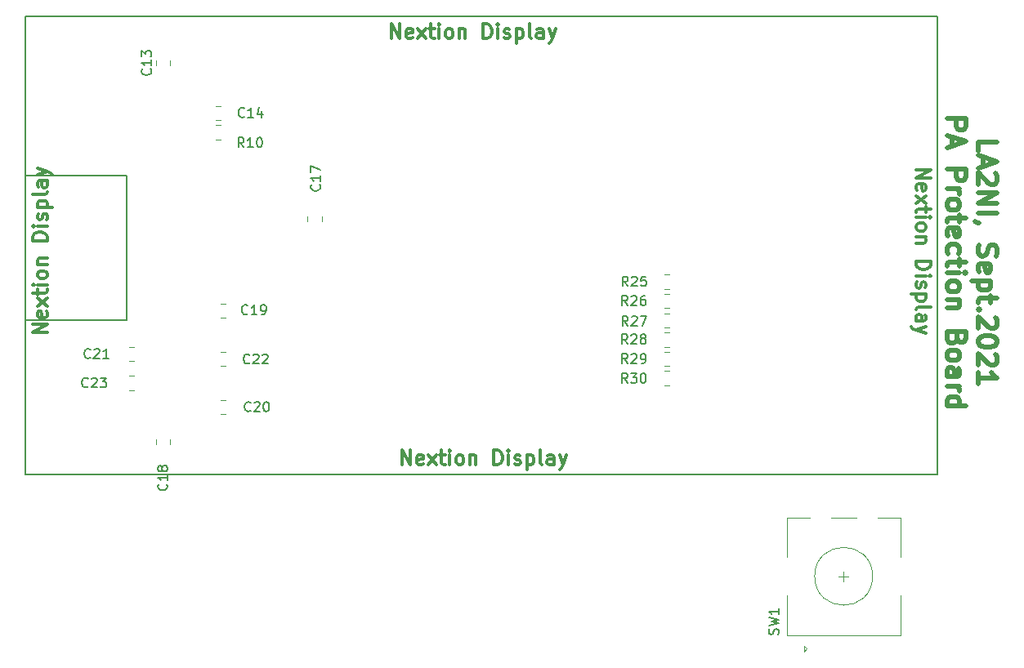
<source format=gbr>
%TF.GenerationSoftware,KiCad,Pcbnew,(6.0.0)*%
%TF.CreationDate,2022-08-08T07:24:01+02:00*%
%TF.ProjectId,K_PA_Protec,4b5f5041-5f50-4726-9f74-65632e6b6963,rev?*%
%TF.SameCoordinates,Original*%
%TF.FileFunction,Legend,Top*%
%TF.FilePolarity,Positive*%
%FSLAX46Y46*%
G04 Gerber Fmt 4.6, Leading zero omitted, Abs format (unit mm)*
G04 Created by KiCad (PCBNEW (6.0.0)) date 2022-08-08 07:24:01*
%MOMM*%
%LPD*%
G01*
G04 APERTURE LIST*
%ADD10C,0.150000*%
%ADD11C,0.500000*%
%ADD12C,0.300000*%
%ADD13C,0.120000*%
G04 APERTURE END LIST*
D10*
X66000000Y-98000000D02*
X65500000Y-98000000D01*
X65500000Y-98000000D02*
X65500000Y-50500000D01*
X160000000Y-50500000D02*
X160000000Y-98000000D01*
X65500000Y-50500000D02*
X160000000Y-50500000D01*
X160000000Y-98000000D02*
X66000000Y-98000000D01*
X65500000Y-67000000D02*
X76000000Y-67000000D01*
X76000000Y-82000000D02*
X65500000Y-82000000D01*
X76000000Y-67000000D02*
X76000000Y-82000000D01*
D11*
X164205238Y-64476190D02*
X164205238Y-63523809D01*
X166205238Y-63523809D01*
X164776666Y-65047619D02*
X164776666Y-66000000D01*
X164205238Y-64857142D02*
X166205238Y-65523809D01*
X164205238Y-66190476D01*
X166014761Y-66761904D02*
X166110000Y-66857142D01*
X166205238Y-67047619D01*
X166205238Y-67523809D01*
X166110000Y-67714285D01*
X166014761Y-67809523D01*
X165824285Y-67904761D01*
X165633809Y-67904761D01*
X165348095Y-67809523D01*
X164205238Y-66666666D01*
X164205238Y-67904761D01*
X164205238Y-68761904D02*
X166205238Y-68761904D01*
X164205238Y-69904761D01*
X166205238Y-69904761D01*
X164205238Y-70857142D02*
X166205238Y-70857142D01*
X164300476Y-71904761D02*
X164205238Y-71904761D01*
X164014761Y-71809523D01*
X163919523Y-71714285D01*
X164300476Y-74190476D02*
X164205238Y-74476190D01*
X164205238Y-74952380D01*
X164300476Y-75142857D01*
X164395714Y-75238095D01*
X164586190Y-75333333D01*
X164776666Y-75333333D01*
X164967142Y-75238095D01*
X165062380Y-75142857D01*
X165157619Y-74952380D01*
X165252857Y-74571428D01*
X165348095Y-74380952D01*
X165443333Y-74285714D01*
X165633809Y-74190476D01*
X165824285Y-74190476D01*
X166014761Y-74285714D01*
X166110000Y-74380952D01*
X166205238Y-74571428D01*
X166205238Y-75047619D01*
X166110000Y-75333333D01*
X164300476Y-76952380D02*
X164205238Y-76761904D01*
X164205238Y-76380952D01*
X164300476Y-76190476D01*
X164490952Y-76095238D01*
X165252857Y-76095238D01*
X165443333Y-76190476D01*
X165538571Y-76380952D01*
X165538571Y-76761904D01*
X165443333Y-76952380D01*
X165252857Y-77047619D01*
X165062380Y-77047619D01*
X164871904Y-76095238D01*
X165538571Y-77904761D02*
X163538571Y-77904761D01*
X165443333Y-77904761D02*
X165538571Y-78095238D01*
X165538571Y-78476190D01*
X165443333Y-78666666D01*
X165348095Y-78761904D01*
X165157619Y-78857142D01*
X164586190Y-78857142D01*
X164395714Y-78761904D01*
X164300476Y-78666666D01*
X164205238Y-78476190D01*
X164205238Y-78095238D01*
X164300476Y-77904761D01*
X165538571Y-79428571D02*
X165538571Y-80190476D01*
X166205238Y-79714285D02*
X164490952Y-79714285D01*
X164300476Y-79809523D01*
X164205238Y-80000000D01*
X164205238Y-80190476D01*
X164395714Y-80857142D02*
X164300476Y-80952380D01*
X164205238Y-80857142D01*
X164300476Y-80761904D01*
X164395714Y-80857142D01*
X164205238Y-80857142D01*
X166014761Y-81714285D02*
X166110000Y-81809523D01*
X166205238Y-82000000D01*
X166205238Y-82476190D01*
X166110000Y-82666666D01*
X166014761Y-82761904D01*
X165824285Y-82857142D01*
X165633809Y-82857142D01*
X165348095Y-82761904D01*
X164205238Y-81619047D01*
X164205238Y-82857142D01*
X166205238Y-84095238D02*
X166205238Y-84285714D01*
X166110000Y-84476190D01*
X166014761Y-84571428D01*
X165824285Y-84666666D01*
X165443333Y-84761904D01*
X164967142Y-84761904D01*
X164586190Y-84666666D01*
X164395714Y-84571428D01*
X164300476Y-84476190D01*
X164205238Y-84285714D01*
X164205238Y-84095238D01*
X164300476Y-83904761D01*
X164395714Y-83809523D01*
X164586190Y-83714285D01*
X164967142Y-83619047D01*
X165443333Y-83619047D01*
X165824285Y-83714285D01*
X166014761Y-83809523D01*
X166110000Y-83904761D01*
X166205238Y-84095238D01*
X166014761Y-85523809D02*
X166110000Y-85619047D01*
X166205238Y-85809523D01*
X166205238Y-86285714D01*
X166110000Y-86476190D01*
X166014761Y-86571428D01*
X165824285Y-86666666D01*
X165633809Y-86666666D01*
X165348095Y-86571428D01*
X164205238Y-85428571D01*
X164205238Y-86666666D01*
X164205238Y-88571428D02*
X164205238Y-87428571D01*
X164205238Y-88000000D02*
X166205238Y-88000000D01*
X165919523Y-87809523D01*
X165729047Y-87619047D01*
X165633809Y-87428571D01*
X160985238Y-61095238D02*
X162985238Y-61095238D01*
X162985238Y-61857142D01*
X162890000Y-62047619D01*
X162794761Y-62142857D01*
X162604285Y-62238095D01*
X162318571Y-62238095D01*
X162128095Y-62142857D01*
X162032857Y-62047619D01*
X161937619Y-61857142D01*
X161937619Y-61095238D01*
X161556666Y-63000000D02*
X161556666Y-63952380D01*
X160985238Y-62809523D02*
X162985238Y-63476190D01*
X160985238Y-64142857D01*
X160985238Y-66333333D02*
X162985238Y-66333333D01*
X162985238Y-67095238D01*
X162890000Y-67285714D01*
X162794761Y-67380952D01*
X162604285Y-67476190D01*
X162318571Y-67476190D01*
X162128095Y-67380952D01*
X162032857Y-67285714D01*
X161937619Y-67095238D01*
X161937619Y-66333333D01*
X160985238Y-68333333D02*
X162318571Y-68333333D01*
X161937619Y-68333333D02*
X162128095Y-68428571D01*
X162223333Y-68523809D01*
X162318571Y-68714285D01*
X162318571Y-68904761D01*
X160985238Y-69857142D02*
X161080476Y-69666666D01*
X161175714Y-69571428D01*
X161366190Y-69476190D01*
X161937619Y-69476190D01*
X162128095Y-69571428D01*
X162223333Y-69666666D01*
X162318571Y-69857142D01*
X162318571Y-70142857D01*
X162223333Y-70333333D01*
X162128095Y-70428571D01*
X161937619Y-70523809D01*
X161366190Y-70523809D01*
X161175714Y-70428571D01*
X161080476Y-70333333D01*
X160985238Y-70142857D01*
X160985238Y-69857142D01*
X162318571Y-71095238D02*
X162318571Y-71857142D01*
X162985238Y-71380952D02*
X161270952Y-71380952D01*
X161080476Y-71476190D01*
X160985238Y-71666666D01*
X160985238Y-71857142D01*
X161080476Y-73285714D02*
X160985238Y-73095238D01*
X160985238Y-72714285D01*
X161080476Y-72523809D01*
X161270952Y-72428571D01*
X162032857Y-72428571D01*
X162223333Y-72523809D01*
X162318571Y-72714285D01*
X162318571Y-73095238D01*
X162223333Y-73285714D01*
X162032857Y-73380952D01*
X161842380Y-73380952D01*
X161651904Y-72428571D01*
X161080476Y-75095238D02*
X160985238Y-74904761D01*
X160985238Y-74523809D01*
X161080476Y-74333333D01*
X161175714Y-74238095D01*
X161366190Y-74142857D01*
X161937619Y-74142857D01*
X162128095Y-74238095D01*
X162223333Y-74333333D01*
X162318571Y-74523809D01*
X162318571Y-74904761D01*
X162223333Y-75095238D01*
X162318571Y-75666666D02*
X162318571Y-76428571D01*
X162985238Y-75952380D02*
X161270952Y-75952380D01*
X161080476Y-76047619D01*
X160985238Y-76238095D01*
X160985238Y-76428571D01*
X160985238Y-77095238D02*
X162318571Y-77095238D01*
X162985238Y-77095238D02*
X162890000Y-77000000D01*
X162794761Y-77095238D01*
X162890000Y-77190476D01*
X162985238Y-77095238D01*
X162794761Y-77095238D01*
X160985238Y-78333333D02*
X161080476Y-78142857D01*
X161175714Y-78047619D01*
X161366190Y-77952380D01*
X161937619Y-77952380D01*
X162128095Y-78047619D01*
X162223333Y-78142857D01*
X162318571Y-78333333D01*
X162318571Y-78619047D01*
X162223333Y-78809523D01*
X162128095Y-78904761D01*
X161937619Y-79000000D01*
X161366190Y-79000000D01*
X161175714Y-78904761D01*
X161080476Y-78809523D01*
X160985238Y-78619047D01*
X160985238Y-78333333D01*
X162318571Y-79857142D02*
X160985238Y-79857142D01*
X162128095Y-79857142D02*
X162223333Y-79952380D01*
X162318571Y-80142857D01*
X162318571Y-80428571D01*
X162223333Y-80619047D01*
X162032857Y-80714285D01*
X160985238Y-80714285D01*
X162032857Y-83857142D02*
X161937619Y-84142857D01*
X161842380Y-84238095D01*
X161651904Y-84333333D01*
X161366190Y-84333333D01*
X161175714Y-84238095D01*
X161080476Y-84142857D01*
X160985238Y-83952380D01*
X160985238Y-83190476D01*
X162985238Y-83190476D01*
X162985238Y-83857142D01*
X162890000Y-84047619D01*
X162794761Y-84142857D01*
X162604285Y-84238095D01*
X162413809Y-84238095D01*
X162223333Y-84142857D01*
X162128095Y-84047619D01*
X162032857Y-83857142D01*
X162032857Y-83190476D01*
X160985238Y-85476190D02*
X161080476Y-85285714D01*
X161175714Y-85190476D01*
X161366190Y-85095238D01*
X161937619Y-85095238D01*
X162128095Y-85190476D01*
X162223333Y-85285714D01*
X162318571Y-85476190D01*
X162318571Y-85761904D01*
X162223333Y-85952380D01*
X162128095Y-86047619D01*
X161937619Y-86142857D01*
X161366190Y-86142857D01*
X161175714Y-86047619D01*
X161080476Y-85952380D01*
X160985238Y-85761904D01*
X160985238Y-85476190D01*
X160985238Y-87857142D02*
X162032857Y-87857142D01*
X162223333Y-87761904D01*
X162318571Y-87571428D01*
X162318571Y-87190476D01*
X162223333Y-87000000D01*
X161080476Y-87857142D02*
X160985238Y-87666666D01*
X160985238Y-87190476D01*
X161080476Y-87000000D01*
X161270952Y-86904761D01*
X161461428Y-86904761D01*
X161651904Y-87000000D01*
X161747142Y-87190476D01*
X161747142Y-87666666D01*
X161842380Y-87857142D01*
X160985238Y-88809523D02*
X162318571Y-88809523D01*
X161937619Y-88809523D02*
X162128095Y-88904761D01*
X162223333Y-89000000D01*
X162318571Y-89190476D01*
X162318571Y-89380952D01*
X160985238Y-90904761D02*
X162985238Y-90904761D01*
X161080476Y-90904761D02*
X160985238Y-90714285D01*
X160985238Y-90333333D01*
X161080476Y-90142857D01*
X161175714Y-90047619D01*
X161366190Y-89952380D01*
X161937619Y-89952380D01*
X162128095Y-90047619D01*
X162223333Y-90142857D01*
X162318571Y-90333333D01*
X162318571Y-90714285D01*
X162223333Y-90904761D01*
D12*
X103471428Y-52778571D02*
X103471428Y-51278571D01*
X104328571Y-52778571D01*
X104328571Y-51278571D01*
X105614285Y-52707142D02*
X105471428Y-52778571D01*
X105185714Y-52778571D01*
X105042857Y-52707142D01*
X104971428Y-52564285D01*
X104971428Y-51992857D01*
X105042857Y-51850000D01*
X105185714Y-51778571D01*
X105471428Y-51778571D01*
X105614285Y-51850000D01*
X105685714Y-51992857D01*
X105685714Y-52135714D01*
X104971428Y-52278571D01*
X106185714Y-52778571D02*
X106971428Y-51778571D01*
X106185714Y-51778571D02*
X106971428Y-52778571D01*
X107328571Y-51778571D02*
X107900000Y-51778571D01*
X107542857Y-51278571D02*
X107542857Y-52564285D01*
X107614285Y-52707142D01*
X107757142Y-52778571D01*
X107900000Y-52778571D01*
X108400000Y-52778571D02*
X108400000Y-51778571D01*
X108400000Y-51278571D02*
X108328571Y-51350000D01*
X108400000Y-51421428D01*
X108471428Y-51350000D01*
X108400000Y-51278571D01*
X108400000Y-51421428D01*
X109328571Y-52778571D02*
X109185714Y-52707142D01*
X109114285Y-52635714D01*
X109042857Y-52492857D01*
X109042857Y-52064285D01*
X109114285Y-51921428D01*
X109185714Y-51850000D01*
X109328571Y-51778571D01*
X109542857Y-51778571D01*
X109685714Y-51850000D01*
X109757142Y-51921428D01*
X109828571Y-52064285D01*
X109828571Y-52492857D01*
X109757142Y-52635714D01*
X109685714Y-52707142D01*
X109542857Y-52778571D01*
X109328571Y-52778571D01*
X110471428Y-51778571D02*
X110471428Y-52778571D01*
X110471428Y-51921428D02*
X110542857Y-51850000D01*
X110685714Y-51778571D01*
X110900000Y-51778571D01*
X111042857Y-51850000D01*
X111114285Y-51992857D01*
X111114285Y-52778571D01*
X112971428Y-52778571D02*
X112971428Y-51278571D01*
X113328571Y-51278571D01*
X113542857Y-51350000D01*
X113685714Y-51492857D01*
X113757142Y-51635714D01*
X113828571Y-51921428D01*
X113828571Y-52135714D01*
X113757142Y-52421428D01*
X113685714Y-52564285D01*
X113542857Y-52707142D01*
X113328571Y-52778571D01*
X112971428Y-52778571D01*
X114471428Y-52778571D02*
X114471428Y-51778571D01*
X114471428Y-51278571D02*
X114400000Y-51350000D01*
X114471428Y-51421428D01*
X114542857Y-51350000D01*
X114471428Y-51278571D01*
X114471428Y-51421428D01*
X115114285Y-52707142D02*
X115257142Y-52778571D01*
X115542857Y-52778571D01*
X115685714Y-52707142D01*
X115757142Y-52564285D01*
X115757142Y-52492857D01*
X115685714Y-52350000D01*
X115542857Y-52278571D01*
X115328571Y-52278571D01*
X115185714Y-52207142D01*
X115114285Y-52064285D01*
X115114285Y-51992857D01*
X115185714Y-51850000D01*
X115328571Y-51778571D01*
X115542857Y-51778571D01*
X115685714Y-51850000D01*
X116400000Y-51778571D02*
X116400000Y-53278571D01*
X116400000Y-51850000D02*
X116542857Y-51778571D01*
X116828571Y-51778571D01*
X116971428Y-51850000D01*
X117042857Y-51921428D01*
X117114285Y-52064285D01*
X117114285Y-52492857D01*
X117042857Y-52635714D01*
X116971428Y-52707142D01*
X116828571Y-52778571D01*
X116542857Y-52778571D01*
X116400000Y-52707142D01*
X117971428Y-52778571D02*
X117828571Y-52707142D01*
X117757142Y-52564285D01*
X117757142Y-51278571D01*
X119185714Y-52778571D02*
X119185714Y-51992857D01*
X119114285Y-51850000D01*
X118971428Y-51778571D01*
X118685714Y-51778571D01*
X118542857Y-51850000D01*
X119185714Y-52707142D02*
X119042857Y-52778571D01*
X118685714Y-52778571D01*
X118542857Y-52707142D01*
X118471428Y-52564285D01*
X118471428Y-52421428D01*
X118542857Y-52278571D01*
X118685714Y-52207142D01*
X119042857Y-52207142D01*
X119185714Y-52135714D01*
X119757142Y-51778571D02*
X120114285Y-52778571D01*
X120471428Y-51778571D02*
X120114285Y-52778571D01*
X119971428Y-53135714D01*
X119900000Y-53207142D01*
X119757142Y-53278571D01*
X67778571Y-83228571D02*
X66278571Y-83228571D01*
X67778571Y-82371428D01*
X66278571Y-82371428D01*
X67707142Y-81085714D02*
X67778571Y-81228571D01*
X67778571Y-81514285D01*
X67707142Y-81657142D01*
X67564285Y-81728571D01*
X66992857Y-81728571D01*
X66850000Y-81657142D01*
X66778571Y-81514285D01*
X66778571Y-81228571D01*
X66850000Y-81085714D01*
X66992857Y-81014285D01*
X67135714Y-81014285D01*
X67278571Y-81728571D01*
X67778571Y-80514285D02*
X66778571Y-79728571D01*
X66778571Y-80514285D02*
X67778571Y-79728571D01*
X66778571Y-79371428D02*
X66778571Y-78800000D01*
X66278571Y-79157142D02*
X67564285Y-79157142D01*
X67707142Y-79085714D01*
X67778571Y-78942857D01*
X67778571Y-78800000D01*
X67778571Y-78300000D02*
X66778571Y-78300000D01*
X66278571Y-78300000D02*
X66350000Y-78371428D01*
X66421428Y-78300000D01*
X66350000Y-78228571D01*
X66278571Y-78300000D01*
X66421428Y-78300000D01*
X67778571Y-77371428D02*
X67707142Y-77514285D01*
X67635714Y-77585714D01*
X67492857Y-77657142D01*
X67064285Y-77657142D01*
X66921428Y-77585714D01*
X66850000Y-77514285D01*
X66778571Y-77371428D01*
X66778571Y-77157142D01*
X66850000Y-77014285D01*
X66921428Y-76942857D01*
X67064285Y-76871428D01*
X67492857Y-76871428D01*
X67635714Y-76942857D01*
X67707142Y-77014285D01*
X67778571Y-77157142D01*
X67778571Y-77371428D01*
X66778571Y-76228571D02*
X67778571Y-76228571D01*
X66921428Y-76228571D02*
X66850000Y-76157142D01*
X66778571Y-76014285D01*
X66778571Y-75800000D01*
X66850000Y-75657142D01*
X66992857Y-75585714D01*
X67778571Y-75585714D01*
X67778571Y-73728571D02*
X66278571Y-73728571D01*
X66278571Y-73371428D01*
X66350000Y-73157142D01*
X66492857Y-73014285D01*
X66635714Y-72942857D01*
X66921428Y-72871428D01*
X67135714Y-72871428D01*
X67421428Y-72942857D01*
X67564285Y-73014285D01*
X67707142Y-73157142D01*
X67778571Y-73371428D01*
X67778571Y-73728571D01*
X67778571Y-72228571D02*
X66778571Y-72228571D01*
X66278571Y-72228571D02*
X66350000Y-72300000D01*
X66421428Y-72228571D01*
X66350000Y-72157142D01*
X66278571Y-72228571D01*
X66421428Y-72228571D01*
X67707142Y-71585714D02*
X67778571Y-71442857D01*
X67778571Y-71157142D01*
X67707142Y-71014285D01*
X67564285Y-70942857D01*
X67492857Y-70942857D01*
X67350000Y-71014285D01*
X67278571Y-71157142D01*
X67278571Y-71371428D01*
X67207142Y-71514285D01*
X67064285Y-71585714D01*
X66992857Y-71585714D01*
X66850000Y-71514285D01*
X66778571Y-71371428D01*
X66778571Y-71157142D01*
X66850000Y-71014285D01*
X66778571Y-70300000D02*
X68278571Y-70300000D01*
X66850000Y-70300000D02*
X66778571Y-70157142D01*
X66778571Y-69871428D01*
X66850000Y-69728571D01*
X66921428Y-69657142D01*
X67064285Y-69585714D01*
X67492857Y-69585714D01*
X67635714Y-69657142D01*
X67707142Y-69728571D01*
X67778571Y-69871428D01*
X67778571Y-70157142D01*
X67707142Y-70300000D01*
X67778571Y-68728571D02*
X67707142Y-68871428D01*
X67564285Y-68942857D01*
X66278571Y-68942857D01*
X67778571Y-67514285D02*
X66992857Y-67514285D01*
X66850000Y-67585714D01*
X66778571Y-67728571D01*
X66778571Y-68014285D01*
X66850000Y-68157142D01*
X67707142Y-67514285D02*
X67778571Y-67657142D01*
X67778571Y-68014285D01*
X67707142Y-68157142D01*
X67564285Y-68228571D01*
X67421428Y-68228571D01*
X67278571Y-68157142D01*
X67207142Y-68014285D01*
X67207142Y-67657142D01*
X67135714Y-67514285D01*
X66778571Y-66942857D02*
X67778571Y-66585714D01*
X66778571Y-66228571D02*
X67778571Y-66585714D01*
X68135714Y-66728571D01*
X68207142Y-66800000D01*
X68278571Y-66942857D01*
X104571428Y-96978571D02*
X104571428Y-95478571D01*
X105428571Y-96978571D01*
X105428571Y-95478571D01*
X106714285Y-96907142D02*
X106571428Y-96978571D01*
X106285714Y-96978571D01*
X106142857Y-96907142D01*
X106071428Y-96764285D01*
X106071428Y-96192857D01*
X106142857Y-96050000D01*
X106285714Y-95978571D01*
X106571428Y-95978571D01*
X106714285Y-96050000D01*
X106785714Y-96192857D01*
X106785714Y-96335714D01*
X106071428Y-96478571D01*
X107285714Y-96978571D02*
X108071428Y-95978571D01*
X107285714Y-95978571D02*
X108071428Y-96978571D01*
X108428571Y-95978571D02*
X109000000Y-95978571D01*
X108642857Y-95478571D02*
X108642857Y-96764285D01*
X108714285Y-96907142D01*
X108857142Y-96978571D01*
X109000000Y-96978571D01*
X109500000Y-96978571D02*
X109500000Y-95978571D01*
X109500000Y-95478571D02*
X109428571Y-95550000D01*
X109500000Y-95621428D01*
X109571428Y-95550000D01*
X109500000Y-95478571D01*
X109500000Y-95621428D01*
X110428571Y-96978571D02*
X110285714Y-96907142D01*
X110214285Y-96835714D01*
X110142857Y-96692857D01*
X110142857Y-96264285D01*
X110214285Y-96121428D01*
X110285714Y-96050000D01*
X110428571Y-95978571D01*
X110642857Y-95978571D01*
X110785714Y-96050000D01*
X110857142Y-96121428D01*
X110928571Y-96264285D01*
X110928571Y-96692857D01*
X110857142Y-96835714D01*
X110785714Y-96907142D01*
X110642857Y-96978571D01*
X110428571Y-96978571D01*
X111571428Y-95978571D02*
X111571428Y-96978571D01*
X111571428Y-96121428D02*
X111642857Y-96050000D01*
X111785714Y-95978571D01*
X112000000Y-95978571D01*
X112142857Y-96050000D01*
X112214285Y-96192857D01*
X112214285Y-96978571D01*
X114071428Y-96978571D02*
X114071428Y-95478571D01*
X114428571Y-95478571D01*
X114642857Y-95550000D01*
X114785714Y-95692857D01*
X114857142Y-95835714D01*
X114928571Y-96121428D01*
X114928571Y-96335714D01*
X114857142Y-96621428D01*
X114785714Y-96764285D01*
X114642857Y-96907142D01*
X114428571Y-96978571D01*
X114071428Y-96978571D01*
X115571428Y-96978571D02*
X115571428Y-95978571D01*
X115571428Y-95478571D02*
X115500000Y-95550000D01*
X115571428Y-95621428D01*
X115642857Y-95550000D01*
X115571428Y-95478571D01*
X115571428Y-95621428D01*
X116214285Y-96907142D02*
X116357142Y-96978571D01*
X116642857Y-96978571D01*
X116785714Y-96907142D01*
X116857142Y-96764285D01*
X116857142Y-96692857D01*
X116785714Y-96550000D01*
X116642857Y-96478571D01*
X116428571Y-96478571D01*
X116285714Y-96407142D01*
X116214285Y-96264285D01*
X116214285Y-96192857D01*
X116285714Y-96050000D01*
X116428571Y-95978571D01*
X116642857Y-95978571D01*
X116785714Y-96050000D01*
X117500000Y-95978571D02*
X117500000Y-97478571D01*
X117500000Y-96050000D02*
X117642857Y-95978571D01*
X117928571Y-95978571D01*
X118071428Y-96050000D01*
X118142857Y-96121428D01*
X118214285Y-96264285D01*
X118214285Y-96692857D01*
X118142857Y-96835714D01*
X118071428Y-96907142D01*
X117928571Y-96978571D01*
X117642857Y-96978571D01*
X117500000Y-96907142D01*
X119071428Y-96978571D02*
X118928571Y-96907142D01*
X118857142Y-96764285D01*
X118857142Y-95478571D01*
X120285714Y-96978571D02*
X120285714Y-96192857D01*
X120214285Y-96050000D01*
X120071428Y-95978571D01*
X119785714Y-95978571D01*
X119642857Y-96050000D01*
X120285714Y-96907142D02*
X120142857Y-96978571D01*
X119785714Y-96978571D01*
X119642857Y-96907142D01*
X119571428Y-96764285D01*
X119571428Y-96621428D01*
X119642857Y-96478571D01*
X119785714Y-96407142D01*
X120142857Y-96407142D01*
X120285714Y-96335714D01*
X120857142Y-95978571D02*
X121214285Y-96978571D01*
X121571428Y-95978571D02*
X121214285Y-96978571D01*
X121071428Y-97335714D01*
X121000000Y-97407142D01*
X120857142Y-97478571D01*
X157821428Y-66371428D02*
X159321428Y-66371428D01*
X157821428Y-67228571D01*
X159321428Y-67228571D01*
X157892857Y-68514285D02*
X157821428Y-68371428D01*
X157821428Y-68085714D01*
X157892857Y-67942857D01*
X158035714Y-67871428D01*
X158607142Y-67871428D01*
X158750000Y-67942857D01*
X158821428Y-68085714D01*
X158821428Y-68371428D01*
X158750000Y-68514285D01*
X158607142Y-68585714D01*
X158464285Y-68585714D01*
X158321428Y-67871428D01*
X157821428Y-69085714D02*
X158821428Y-69871428D01*
X158821428Y-69085714D02*
X157821428Y-69871428D01*
X158821428Y-70228571D02*
X158821428Y-70800000D01*
X159321428Y-70442857D02*
X158035714Y-70442857D01*
X157892857Y-70514285D01*
X157821428Y-70657142D01*
X157821428Y-70800000D01*
X157821428Y-71300000D02*
X158821428Y-71300000D01*
X159321428Y-71300000D02*
X159250000Y-71228571D01*
X159178571Y-71300000D01*
X159250000Y-71371428D01*
X159321428Y-71300000D01*
X159178571Y-71300000D01*
X157821428Y-72228571D02*
X157892857Y-72085714D01*
X157964285Y-72014285D01*
X158107142Y-71942857D01*
X158535714Y-71942857D01*
X158678571Y-72014285D01*
X158750000Y-72085714D01*
X158821428Y-72228571D01*
X158821428Y-72442857D01*
X158750000Y-72585714D01*
X158678571Y-72657142D01*
X158535714Y-72728571D01*
X158107142Y-72728571D01*
X157964285Y-72657142D01*
X157892857Y-72585714D01*
X157821428Y-72442857D01*
X157821428Y-72228571D01*
X158821428Y-73371428D02*
X157821428Y-73371428D01*
X158678571Y-73371428D02*
X158750000Y-73442857D01*
X158821428Y-73585714D01*
X158821428Y-73800000D01*
X158750000Y-73942857D01*
X158607142Y-74014285D01*
X157821428Y-74014285D01*
X157821428Y-75871428D02*
X159321428Y-75871428D01*
X159321428Y-76228571D01*
X159250000Y-76442857D01*
X159107142Y-76585714D01*
X158964285Y-76657142D01*
X158678571Y-76728571D01*
X158464285Y-76728571D01*
X158178571Y-76657142D01*
X158035714Y-76585714D01*
X157892857Y-76442857D01*
X157821428Y-76228571D01*
X157821428Y-75871428D01*
X157821428Y-77371428D02*
X158821428Y-77371428D01*
X159321428Y-77371428D02*
X159250000Y-77300000D01*
X159178571Y-77371428D01*
X159250000Y-77442857D01*
X159321428Y-77371428D01*
X159178571Y-77371428D01*
X157892857Y-78014285D02*
X157821428Y-78157142D01*
X157821428Y-78442857D01*
X157892857Y-78585714D01*
X158035714Y-78657142D01*
X158107142Y-78657142D01*
X158250000Y-78585714D01*
X158321428Y-78442857D01*
X158321428Y-78228571D01*
X158392857Y-78085714D01*
X158535714Y-78014285D01*
X158607142Y-78014285D01*
X158750000Y-78085714D01*
X158821428Y-78228571D01*
X158821428Y-78442857D01*
X158750000Y-78585714D01*
X158821428Y-79300000D02*
X157321428Y-79300000D01*
X158750000Y-79300000D02*
X158821428Y-79442857D01*
X158821428Y-79728571D01*
X158750000Y-79871428D01*
X158678571Y-79942857D01*
X158535714Y-80014285D01*
X158107142Y-80014285D01*
X157964285Y-79942857D01*
X157892857Y-79871428D01*
X157821428Y-79728571D01*
X157821428Y-79442857D01*
X157892857Y-79300000D01*
X157821428Y-80871428D02*
X157892857Y-80728571D01*
X158035714Y-80657142D01*
X159321428Y-80657142D01*
X157821428Y-82085714D02*
X158607142Y-82085714D01*
X158750000Y-82014285D01*
X158821428Y-81871428D01*
X158821428Y-81585714D01*
X158750000Y-81442857D01*
X157892857Y-82085714D02*
X157821428Y-81942857D01*
X157821428Y-81585714D01*
X157892857Y-81442857D01*
X158035714Y-81371428D01*
X158178571Y-81371428D01*
X158321428Y-81442857D01*
X158392857Y-81585714D01*
X158392857Y-81942857D01*
X158464285Y-82085714D01*
X158821428Y-82657142D02*
X157821428Y-83014285D01*
X158821428Y-83371428D02*
X157821428Y-83014285D01*
X157464285Y-82871428D01*
X157392857Y-82800000D01*
X157321428Y-82657142D01*
D10*
%TO.C,R27*%
X127957142Y-82552380D02*
X127623809Y-82076190D01*
X127385714Y-82552380D02*
X127385714Y-81552380D01*
X127766666Y-81552380D01*
X127861904Y-81600000D01*
X127909523Y-81647619D01*
X127957142Y-81742857D01*
X127957142Y-81885714D01*
X127909523Y-81980952D01*
X127861904Y-82028571D01*
X127766666Y-82076190D01*
X127385714Y-82076190D01*
X128338095Y-81647619D02*
X128385714Y-81600000D01*
X128480952Y-81552380D01*
X128719047Y-81552380D01*
X128814285Y-81600000D01*
X128861904Y-81647619D01*
X128909523Y-81742857D01*
X128909523Y-81838095D01*
X128861904Y-81980952D01*
X128290476Y-82552380D01*
X128909523Y-82552380D01*
X129242857Y-81552380D02*
X129909523Y-81552380D01*
X129480952Y-82552380D01*
%TO.C,C22*%
X88757142Y-86407142D02*
X88709523Y-86454761D01*
X88566666Y-86502380D01*
X88471428Y-86502380D01*
X88328571Y-86454761D01*
X88233333Y-86359523D01*
X88185714Y-86264285D01*
X88138095Y-86073809D01*
X88138095Y-85930952D01*
X88185714Y-85740476D01*
X88233333Y-85645238D01*
X88328571Y-85550000D01*
X88471428Y-85502380D01*
X88566666Y-85502380D01*
X88709523Y-85550000D01*
X88757142Y-85597619D01*
X89138095Y-85597619D02*
X89185714Y-85550000D01*
X89280952Y-85502380D01*
X89519047Y-85502380D01*
X89614285Y-85550000D01*
X89661904Y-85597619D01*
X89709523Y-85692857D01*
X89709523Y-85788095D01*
X89661904Y-85930952D01*
X89090476Y-86502380D01*
X89709523Y-86502380D01*
X90090476Y-85597619D02*
X90138095Y-85550000D01*
X90233333Y-85502380D01*
X90471428Y-85502380D01*
X90566666Y-85550000D01*
X90614285Y-85597619D01*
X90661904Y-85692857D01*
X90661904Y-85788095D01*
X90614285Y-85930952D01*
X90042857Y-86502380D01*
X90661904Y-86502380D01*
%TO.C,C21*%
X72257142Y-85857142D02*
X72209523Y-85904761D01*
X72066666Y-85952380D01*
X71971428Y-85952380D01*
X71828571Y-85904761D01*
X71733333Y-85809523D01*
X71685714Y-85714285D01*
X71638095Y-85523809D01*
X71638095Y-85380952D01*
X71685714Y-85190476D01*
X71733333Y-85095238D01*
X71828571Y-85000000D01*
X71971428Y-84952380D01*
X72066666Y-84952380D01*
X72209523Y-85000000D01*
X72257142Y-85047619D01*
X72638095Y-85047619D02*
X72685714Y-85000000D01*
X72780952Y-84952380D01*
X73019047Y-84952380D01*
X73114285Y-85000000D01*
X73161904Y-85047619D01*
X73209523Y-85142857D01*
X73209523Y-85238095D01*
X73161904Y-85380952D01*
X72590476Y-85952380D01*
X73209523Y-85952380D01*
X74161904Y-85952380D02*
X73590476Y-85952380D01*
X73876190Y-85952380D02*
X73876190Y-84952380D01*
X73780952Y-85095238D01*
X73685714Y-85190476D01*
X73590476Y-85238095D01*
%TO.C,C17*%
X96007142Y-67942857D02*
X96054761Y-67990476D01*
X96102380Y-68133333D01*
X96102380Y-68228571D01*
X96054761Y-68371428D01*
X95959523Y-68466666D01*
X95864285Y-68514285D01*
X95673809Y-68561904D01*
X95530952Y-68561904D01*
X95340476Y-68514285D01*
X95245238Y-68466666D01*
X95150000Y-68371428D01*
X95102380Y-68228571D01*
X95102380Y-68133333D01*
X95150000Y-67990476D01*
X95197619Y-67942857D01*
X96102380Y-66990476D02*
X96102380Y-67561904D01*
X96102380Y-67276190D02*
X95102380Y-67276190D01*
X95245238Y-67371428D01*
X95340476Y-67466666D01*
X95388095Y-67561904D01*
X95102380Y-66657142D02*
X95102380Y-65990476D01*
X96102380Y-66419047D01*
%TO.C,R30*%
X127907142Y-88502380D02*
X127573809Y-88026190D01*
X127335714Y-88502380D02*
X127335714Y-87502380D01*
X127716666Y-87502380D01*
X127811904Y-87550000D01*
X127859523Y-87597619D01*
X127907142Y-87692857D01*
X127907142Y-87835714D01*
X127859523Y-87930952D01*
X127811904Y-87978571D01*
X127716666Y-88026190D01*
X127335714Y-88026190D01*
X128240476Y-87502380D02*
X128859523Y-87502380D01*
X128526190Y-87883333D01*
X128669047Y-87883333D01*
X128764285Y-87930952D01*
X128811904Y-87978571D01*
X128859523Y-88073809D01*
X128859523Y-88311904D01*
X128811904Y-88407142D01*
X128764285Y-88454761D01*
X128669047Y-88502380D01*
X128383333Y-88502380D01*
X128288095Y-88454761D01*
X128240476Y-88407142D01*
X129478571Y-87502380D02*
X129573809Y-87502380D01*
X129669047Y-87550000D01*
X129716666Y-87597619D01*
X129764285Y-87692857D01*
X129811904Y-87883333D01*
X129811904Y-88121428D01*
X129764285Y-88311904D01*
X129716666Y-88407142D01*
X129669047Y-88454761D01*
X129573809Y-88502380D01*
X129478571Y-88502380D01*
X129383333Y-88454761D01*
X129335714Y-88407142D01*
X129288095Y-88311904D01*
X129240476Y-88121428D01*
X129240476Y-87883333D01*
X129288095Y-87692857D01*
X129335714Y-87597619D01*
X129383333Y-87550000D01*
X129478571Y-87502380D01*
%TO.C,R26*%
X127907142Y-80452380D02*
X127573809Y-79976190D01*
X127335714Y-80452380D02*
X127335714Y-79452380D01*
X127716666Y-79452380D01*
X127811904Y-79500000D01*
X127859523Y-79547619D01*
X127907142Y-79642857D01*
X127907142Y-79785714D01*
X127859523Y-79880952D01*
X127811904Y-79928571D01*
X127716666Y-79976190D01*
X127335714Y-79976190D01*
X128288095Y-79547619D02*
X128335714Y-79500000D01*
X128430952Y-79452380D01*
X128669047Y-79452380D01*
X128764285Y-79500000D01*
X128811904Y-79547619D01*
X128859523Y-79642857D01*
X128859523Y-79738095D01*
X128811904Y-79880952D01*
X128240476Y-80452380D01*
X128859523Y-80452380D01*
X129716666Y-79452380D02*
X129526190Y-79452380D01*
X129430952Y-79500000D01*
X129383333Y-79547619D01*
X129288095Y-79690476D01*
X129240476Y-79880952D01*
X129240476Y-80261904D01*
X129288095Y-80357142D01*
X129335714Y-80404761D01*
X129430952Y-80452380D01*
X129621428Y-80452380D01*
X129716666Y-80404761D01*
X129764285Y-80357142D01*
X129811904Y-80261904D01*
X129811904Y-80023809D01*
X129764285Y-79928571D01*
X129716666Y-79880952D01*
X129621428Y-79833333D01*
X129430952Y-79833333D01*
X129335714Y-79880952D01*
X129288095Y-79928571D01*
X129240476Y-80023809D01*
%TO.C,C18*%
X80157142Y-98992857D02*
X80204761Y-99040476D01*
X80252380Y-99183333D01*
X80252380Y-99278571D01*
X80204761Y-99421428D01*
X80109523Y-99516666D01*
X80014285Y-99564285D01*
X79823809Y-99611904D01*
X79680952Y-99611904D01*
X79490476Y-99564285D01*
X79395238Y-99516666D01*
X79300000Y-99421428D01*
X79252380Y-99278571D01*
X79252380Y-99183333D01*
X79300000Y-99040476D01*
X79347619Y-98992857D01*
X80252380Y-98040476D02*
X80252380Y-98611904D01*
X80252380Y-98326190D02*
X79252380Y-98326190D01*
X79395238Y-98421428D01*
X79490476Y-98516666D01*
X79538095Y-98611904D01*
X79680952Y-97469047D02*
X79633333Y-97564285D01*
X79585714Y-97611904D01*
X79490476Y-97659523D01*
X79442857Y-97659523D01*
X79347619Y-97611904D01*
X79300000Y-97564285D01*
X79252380Y-97469047D01*
X79252380Y-97278571D01*
X79300000Y-97183333D01*
X79347619Y-97135714D01*
X79442857Y-97088095D01*
X79490476Y-97088095D01*
X79585714Y-97135714D01*
X79633333Y-97183333D01*
X79680952Y-97278571D01*
X79680952Y-97469047D01*
X79728571Y-97564285D01*
X79776190Y-97611904D01*
X79871428Y-97659523D01*
X80061904Y-97659523D01*
X80157142Y-97611904D01*
X80204761Y-97564285D01*
X80252380Y-97469047D01*
X80252380Y-97278571D01*
X80204761Y-97183333D01*
X80157142Y-97135714D01*
X80061904Y-97088095D01*
X79871428Y-97088095D01*
X79776190Y-97135714D01*
X79728571Y-97183333D01*
X79680952Y-97278571D01*
%TO.C,R10*%
X88157142Y-64052380D02*
X87823809Y-63576190D01*
X87585714Y-64052380D02*
X87585714Y-63052380D01*
X87966666Y-63052380D01*
X88061904Y-63100000D01*
X88109523Y-63147619D01*
X88157142Y-63242857D01*
X88157142Y-63385714D01*
X88109523Y-63480952D01*
X88061904Y-63528571D01*
X87966666Y-63576190D01*
X87585714Y-63576190D01*
X89109523Y-64052380D02*
X88538095Y-64052380D01*
X88823809Y-64052380D02*
X88823809Y-63052380D01*
X88728571Y-63195238D01*
X88633333Y-63290476D01*
X88538095Y-63338095D01*
X89728571Y-63052380D02*
X89823809Y-63052380D01*
X89919047Y-63100000D01*
X89966666Y-63147619D01*
X90014285Y-63242857D01*
X90061904Y-63433333D01*
X90061904Y-63671428D01*
X90014285Y-63861904D01*
X89966666Y-63957142D01*
X89919047Y-64004761D01*
X89823809Y-64052380D01*
X89728571Y-64052380D01*
X89633333Y-64004761D01*
X89585714Y-63957142D01*
X89538095Y-63861904D01*
X89490476Y-63671428D01*
X89490476Y-63433333D01*
X89538095Y-63242857D01*
X89585714Y-63147619D01*
X89633333Y-63100000D01*
X89728571Y-63052380D01*
%TO.C,R28*%
X127907142Y-84452380D02*
X127573809Y-83976190D01*
X127335714Y-84452380D02*
X127335714Y-83452380D01*
X127716666Y-83452380D01*
X127811904Y-83500000D01*
X127859523Y-83547619D01*
X127907142Y-83642857D01*
X127907142Y-83785714D01*
X127859523Y-83880952D01*
X127811904Y-83928571D01*
X127716666Y-83976190D01*
X127335714Y-83976190D01*
X128288095Y-83547619D02*
X128335714Y-83500000D01*
X128430952Y-83452380D01*
X128669047Y-83452380D01*
X128764285Y-83500000D01*
X128811904Y-83547619D01*
X128859523Y-83642857D01*
X128859523Y-83738095D01*
X128811904Y-83880952D01*
X128240476Y-84452380D01*
X128859523Y-84452380D01*
X129430952Y-83880952D02*
X129335714Y-83833333D01*
X129288095Y-83785714D01*
X129240476Y-83690476D01*
X129240476Y-83642857D01*
X129288095Y-83547619D01*
X129335714Y-83500000D01*
X129430952Y-83452380D01*
X129621428Y-83452380D01*
X129716666Y-83500000D01*
X129764285Y-83547619D01*
X129811904Y-83642857D01*
X129811904Y-83690476D01*
X129764285Y-83785714D01*
X129716666Y-83833333D01*
X129621428Y-83880952D01*
X129430952Y-83880952D01*
X129335714Y-83928571D01*
X129288095Y-83976190D01*
X129240476Y-84071428D01*
X129240476Y-84261904D01*
X129288095Y-84357142D01*
X129335714Y-84404761D01*
X129430952Y-84452380D01*
X129621428Y-84452380D01*
X129716666Y-84404761D01*
X129764285Y-84357142D01*
X129811904Y-84261904D01*
X129811904Y-84071428D01*
X129764285Y-83976190D01*
X129716666Y-83928571D01*
X129621428Y-83880952D01*
%TO.C,R25*%
X127957142Y-78452380D02*
X127623809Y-77976190D01*
X127385714Y-78452380D02*
X127385714Y-77452380D01*
X127766666Y-77452380D01*
X127861904Y-77500000D01*
X127909523Y-77547619D01*
X127957142Y-77642857D01*
X127957142Y-77785714D01*
X127909523Y-77880952D01*
X127861904Y-77928571D01*
X127766666Y-77976190D01*
X127385714Y-77976190D01*
X128338095Y-77547619D02*
X128385714Y-77500000D01*
X128480952Y-77452380D01*
X128719047Y-77452380D01*
X128814285Y-77500000D01*
X128861904Y-77547619D01*
X128909523Y-77642857D01*
X128909523Y-77738095D01*
X128861904Y-77880952D01*
X128290476Y-78452380D01*
X128909523Y-78452380D01*
X129814285Y-77452380D02*
X129338095Y-77452380D01*
X129290476Y-77928571D01*
X129338095Y-77880952D01*
X129433333Y-77833333D01*
X129671428Y-77833333D01*
X129766666Y-77880952D01*
X129814285Y-77928571D01*
X129861904Y-78023809D01*
X129861904Y-78261904D01*
X129814285Y-78357142D01*
X129766666Y-78404761D01*
X129671428Y-78452380D01*
X129433333Y-78452380D01*
X129338095Y-78404761D01*
X129290476Y-78357142D01*
%TO.C,C19*%
X88557142Y-81307142D02*
X88509523Y-81354761D01*
X88366666Y-81402380D01*
X88271428Y-81402380D01*
X88128571Y-81354761D01*
X88033333Y-81259523D01*
X87985714Y-81164285D01*
X87938095Y-80973809D01*
X87938095Y-80830952D01*
X87985714Y-80640476D01*
X88033333Y-80545238D01*
X88128571Y-80450000D01*
X88271428Y-80402380D01*
X88366666Y-80402380D01*
X88509523Y-80450000D01*
X88557142Y-80497619D01*
X89509523Y-81402380D02*
X88938095Y-81402380D01*
X89223809Y-81402380D02*
X89223809Y-80402380D01*
X89128571Y-80545238D01*
X89033333Y-80640476D01*
X88938095Y-80688095D01*
X89985714Y-81402380D02*
X90176190Y-81402380D01*
X90271428Y-81354761D01*
X90319047Y-81307142D01*
X90414285Y-81164285D01*
X90461904Y-80973809D01*
X90461904Y-80592857D01*
X90414285Y-80497619D01*
X90366666Y-80450000D01*
X90271428Y-80402380D01*
X90080952Y-80402380D01*
X89985714Y-80450000D01*
X89938095Y-80497619D01*
X89890476Y-80592857D01*
X89890476Y-80830952D01*
X89938095Y-80926190D01*
X89985714Y-80973809D01*
X90080952Y-81021428D01*
X90271428Y-81021428D01*
X90366666Y-80973809D01*
X90414285Y-80926190D01*
X90461904Y-80830952D01*
%TO.C,SW1*%
X143504761Y-114570833D02*
X143552380Y-114427976D01*
X143552380Y-114189880D01*
X143504761Y-114094642D01*
X143457142Y-114047023D01*
X143361904Y-113999404D01*
X143266666Y-113999404D01*
X143171428Y-114047023D01*
X143123809Y-114094642D01*
X143076190Y-114189880D01*
X143028571Y-114380357D01*
X142980952Y-114475595D01*
X142933333Y-114523214D01*
X142838095Y-114570833D01*
X142742857Y-114570833D01*
X142647619Y-114523214D01*
X142600000Y-114475595D01*
X142552380Y-114380357D01*
X142552380Y-114142261D01*
X142600000Y-113999404D01*
X142552380Y-113666071D02*
X143552380Y-113427976D01*
X142838095Y-113237500D01*
X143552380Y-113047023D01*
X142552380Y-112808928D01*
X143552380Y-111904166D02*
X143552380Y-112475595D01*
X143552380Y-112189880D02*
X142552380Y-112189880D01*
X142695238Y-112285119D01*
X142790476Y-112380357D01*
X142838095Y-112475595D01*
%TO.C,C13*%
X78477142Y-55942857D02*
X78524761Y-55990476D01*
X78572380Y-56133333D01*
X78572380Y-56228571D01*
X78524761Y-56371428D01*
X78429523Y-56466666D01*
X78334285Y-56514285D01*
X78143809Y-56561904D01*
X78000952Y-56561904D01*
X77810476Y-56514285D01*
X77715238Y-56466666D01*
X77620000Y-56371428D01*
X77572380Y-56228571D01*
X77572380Y-56133333D01*
X77620000Y-55990476D01*
X77667619Y-55942857D01*
X78572380Y-54990476D02*
X78572380Y-55561904D01*
X78572380Y-55276190D02*
X77572380Y-55276190D01*
X77715238Y-55371428D01*
X77810476Y-55466666D01*
X77858095Y-55561904D01*
X77572380Y-54657142D02*
X77572380Y-54038095D01*
X77953333Y-54371428D01*
X77953333Y-54228571D01*
X78000952Y-54133333D01*
X78048571Y-54085714D01*
X78143809Y-54038095D01*
X78381904Y-54038095D01*
X78477142Y-54085714D01*
X78524761Y-54133333D01*
X78572380Y-54228571D01*
X78572380Y-54514285D01*
X78524761Y-54609523D01*
X78477142Y-54657142D01*
%TO.C,C23*%
X72007142Y-88857142D02*
X71959523Y-88904761D01*
X71816666Y-88952380D01*
X71721428Y-88952380D01*
X71578571Y-88904761D01*
X71483333Y-88809523D01*
X71435714Y-88714285D01*
X71388095Y-88523809D01*
X71388095Y-88380952D01*
X71435714Y-88190476D01*
X71483333Y-88095238D01*
X71578571Y-88000000D01*
X71721428Y-87952380D01*
X71816666Y-87952380D01*
X71959523Y-88000000D01*
X72007142Y-88047619D01*
X72388095Y-88047619D02*
X72435714Y-88000000D01*
X72530952Y-87952380D01*
X72769047Y-87952380D01*
X72864285Y-88000000D01*
X72911904Y-88047619D01*
X72959523Y-88142857D01*
X72959523Y-88238095D01*
X72911904Y-88380952D01*
X72340476Y-88952380D01*
X72959523Y-88952380D01*
X73292857Y-87952380D02*
X73911904Y-87952380D01*
X73578571Y-88333333D01*
X73721428Y-88333333D01*
X73816666Y-88380952D01*
X73864285Y-88428571D01*
X73911904Y-88523809D01*
X73911904Y-88761904D01*
X73864285Y-88857142D01*
X73816666Y-88904761D01*
X73721428Y-88952380D01*
X73435714Y-88952380D01*
X73340476Y-88904761D01*
X73292857Y-88857142D01*
%TO.C,C14*%
X88207142Y-60857142D02*
X88159523Y-60904761D01*
X88016666Y-60952380D01*
X87921428Y-60952380D01*
X87778571Y-60904761D01*
X87683333Y-60809523D01*
X87635714Y-60714285D01*
X87588095Y-60523809D01*
X87588095Y-60380952D01*
X87635714Y-60190476D01*
X87683333Y-60095238D01*
X87778571Y-60000000D01*
X87921428Y-59952380D01*
X88016666Y-59952380D01*
X88159523Y-60000000D01*
X88207142Y-60047619D01*
X89159523Y-60952380D02*
X88588095Y-60952380D01*
X88873809Y-60952380D02*
X88873809Y-59952380D01*
X88778571Y-60095238D01*
X88683333Y-60190476D01*
X88588095Y-60238095D01*
X90016666Y-60285714D02*
X90016666Y-60952380D01*
X89778571Y-59904761D02*
X89540476Y-60619047D01*
X90159523Y-60619047D01*
%TO.C,R29*%
X127907142Y-86452380D02*
X127573809Y-85976190D01*
X127335714Y-86452380D02*
X127335714Y-85452380D01*
X127716666Y-85452380D01*
X127811904Y-85500000D01*
X127859523Y-85547619D01*
X127907142Y-85642857D01*
X127907142Y-85785714D01*
X127859523Y-85880952D01*
X127811904Y-85928571D01*
X127716666Y-85976190D01*
X127335714Y-85976190D01*
X128288095Y-85547619D02*
X128335714Y-85500000D01*
X128430952Y-85452380D01*
X128669047Y-85452380D01*
X128764285Y-85500000D01*
X128811904Y-85547619D01*
X128859523Y-85642857D01*
X128859523Y-85738095D01*
X128811904Y-85880952D01*
X128240476Y-86452380D01*
X128859523Y-86452380D01*
X129335714Y-86452380D02*
X129526190Y-86452380D01*
X129621428Y-86404761D01*
X129669047Y-86357142D01*
X129764285Y-86214285D01*
X129811904Y-86023809D01*
X129811904Y-85642857D01*
X129764285Y-85547619D01*
X129716666Y-85500000D01*
X129621428Y-85452380D01*
X129430952Y-85452380D01*
X129335714Y-85500000D01*
X129288095Y-85547619D01*
X129240476Y-85642857D01*
X129240476Y-85880952D01*
X129288095Y-85976190D01*
X129335714Y-86023809D01*
X129430952Y-86071428D01*
X129621428Y-86071428D01*
X129716666Y-86023809D01*
X129764285Y-85976190D01*
X129811904Y-85880952D01*
%TO.C,C20*%
X88857142Y-91357142D02*
X88809523Y-91404761D01*
X88666666Y-91452380D01*
X88571428Y-91452380D01*
X88428571Y-91404761D01*
X88333333Y-91309523D01*
X88285714Y-91214285D01*
X88238095Y-91023809D01*
X88238095Y-90880952D01*
X88285714Y-90690476D01*
X88333333Y-90595238D01*
X88428571Y-90500000D01*
X88571428Y-90452380D01*
X88666666Y-90452380D01*
X88809523Y-90500000D01*
X88857142Y-90547619D01*
X89238095Y-90547619D02*
X89285714Y-90500000D01*
X89380952Y-90452380D01*
X89619047Y-90452380D01*
X89714285Y-90500000D01*
X89761904Y-90547619D01*
X89809523Y-90642857D01*
X89809523Y-90738095D01*
X89761904Y-90880952D01*
X89190476Y-91452380D01*
X89809523Y-91452380D01*
X90428571Y-90452380D02*
X90523809Y-90452380D01*
X90619047Y-90500000D01*
X90666666Y-90547619D01*
X90714285Y-90642857D01*
X90761904Y-90833333D01*
X90761904Y-91071428D01*
X90714285Y-91261904D01*
X90666666Y-91357142D01*
X90619047Y-91404761D01*
X90523809Y-91452380D01*
X90428571Y-91452380D01*
X90333333Y-91404761D01*
X90285714Y-91357142D01*
X90238095Y-91261904D01*
X90190476Y-91071428D01*
X90190476Y-90833333D01*
X90238095Y-90642857D01*
X90285714Y-90547619D01*
X90333333Y-90500000D01*
X90428571Y-90452380D01*
D13*
%TO.C,R27*%
X131772936Y-81265000D02*
X132227064Y-81265000D01*
X131772936Y-82735000D02*
X132227064Y-82735000D01*
%TO.C,C22*%
X86261252Y-85265000D02*
X85738748Y-85265000D01*
X86261252Y-86735000D02*
X85738748Y-86735000D01*
%TO.C,C21*%
X76238748Y-86235000D02*
X76761252Y-86235000D01*
X76238748Y-84765000D02*
X76761252Y-84765000D01*
%TO.C,C17*%
X94765000Y-71723752D02*
X94765000Y-71201248D01*
X96235000Y-71723752D02*
X96235000Y-71201248D01*
%TO.C,R30*%
X131772936Y-87265000D02*
X132227064Y-87265000D01*
X131772936Y-88735000D02*
X132227064Y-88735000D01*
%TO.C,R26*%
X131772936Y-80735000D02*
X132227064Y-80735000D01*
X131772936Y-79265000D02*
X132227064Y-79265000D01*
%TO.C,C18*%
X79065000Y-94861252D02*
X79065000Y-94338748D01*
X80535000Y-94861252D02*
X80535000Y-94338748D01*
%TO.C,R10*%
X85272936Y-61765000D02*
X85727064Y-61765000D01*
X85272936Y-63235000D02*
X85727064Y-63235000D01*
%TO.C,R28*%
X131772936Y-83265000D02*
X132227064Y-83265000D01*
X131772936Y-84735000D02*
X132227064Y-84735000D01*
%TO.C,R25*%
X131772936Y-78735000D02*
X132227064Y-78735000D01*
X131772936Y-77265000D02*
X132227064Y-77265000D01*
%TO.C,C19*%
X86261252Y-81735000D02*
X85738748Y-81735000D01*
X86261252Y-80265000D02*
X85738748Y-80265000D01*
%TO.C,SW1*%
X156200000Y-102437500D02*
X156200000Y-106537500D01*
X144400000Y-106537500D02*
X144400000Y-102437500D01*
X149000000Y-102437500D02*
X151600000Y-102437500D01*
X144400000Y-110537500D02*
X144400000Y-114637500D01*
X144400000Y-114637500D02*
X156200000Y-114637500D01*
X146200000Y-115737500D02*
X146500000Y-116037500D01*
X153800000Y-102437500D02*
X156200000Y-102437500D01*
X149800000Y-108537500D02*
X150800000Y-108537500D01*
X150300000Y-109037500D02*
X150300000Y-108037500D01*
X146200000Y-116337500D02*
X146200000Y-115737500D01*
X146500000Y-116037500D02*
X146200000Y-116337500D01*
X156200000Y-110537500D02*
X156200000Y-114637500D01*
X144400000Y-102437500D02*
X146800000Y-102437500D01*
X153300000Y-108537500D02*
G75*
G03*
X153300000Y-108537500I-3000000J0D01*
G01*
%TO.C,C13*%
X80535000Y-55561252D02*
X80535000Y-55038748D01*
X79065000Y-55561252D02*
X79065000Y-55038748D01*
%TO.C,C23*%
X76238748Y-87765000D02*
X76761252Y-87765000D01*
X76238748Y-89235000D02*
X76761252Y-89235000D01*
%TO.C,C14*%
X85238748Y-61235000D02*
X85761252Y-61235000D01*
X85238748Y-59765000D02*
X85761252Y-59765000D01*
%TO.C,R29*%
X131772936Y-86735000D02*
X132227064Y-86735000D01*
X131772936Y-85265000D02*
X132227064Y-85265000D01*
%TO.C,C20*%
X86261252Y-91735000D02*
X85738748Y-91735000D01*
X86261252Y-90265000D02*
X85738748Y-90265000D01*
%TD*%
M02*

</source>
